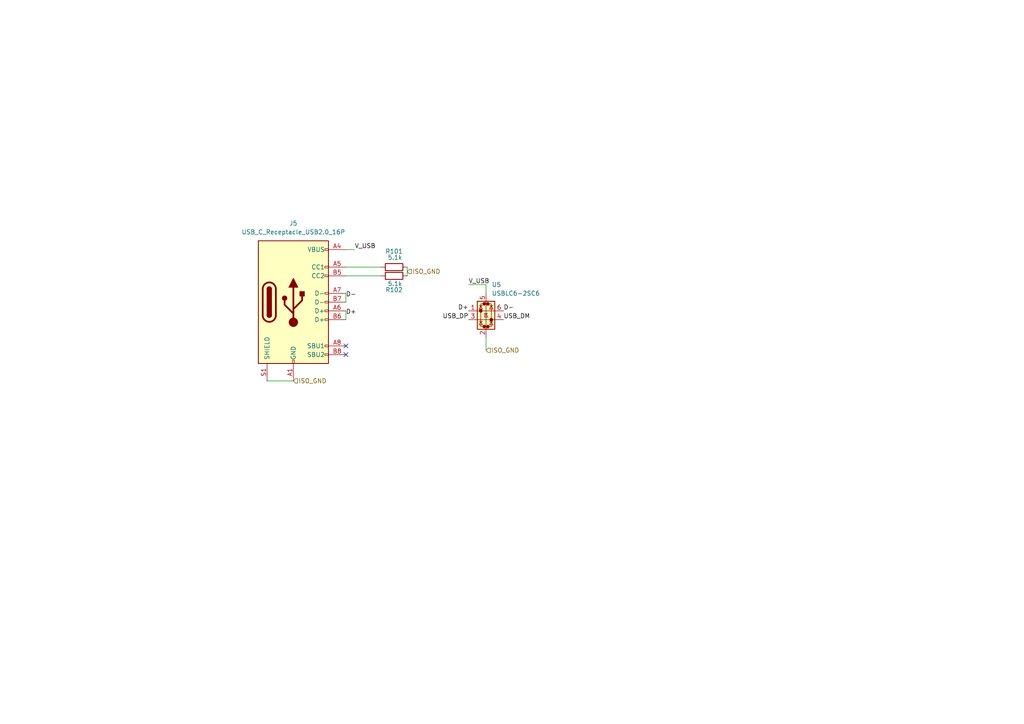
<source format=kicad_sch>
(kicad_sch (version 20231120) (generator "eeschema") (generator_version "8.0")
  (paper "A4")
  (lib_symbols
    (symbol "Connector:USB_C_Receptacle_USB2.0_16P" (pin_names (offset 1.016))
      (property "Reference" "J" (at 0 22.225 0))
      (property "Value" "USB_C_Receptacle_USB2.0_16P" (at 0 19.685 0))
      (symbol "USB_C_Receptacle_USB2.0_16P_0_0"
        (rectangle (start -0.254 -17.78) (end 0.254 -16.764))
        (rectangle (start 10.16 -14.986) (end 9.144 -15.494))
        (rectangle (start 10.16 -12.446) (end 9.144 -12.954))
        (rectangle (start 10.16 -4.826) (end 9.144 -5.334))
        (rectangle (start 10.16 -2.286) (end 9.144 -2.794))
        (rectangle (start 10.16 0.254) (end 9.144 -0.254))
        (rectangle (start 10.16 2.794) (end 9.144 2.286))
        (rectangle (start 10.16 7.874) (end 9.144 7.366))
        (rectangle (start 10.16 10.414) (end 9.144 9.906))
        (rectangle (start 10.16 15.494) (end 9.144 14.986))
      )
      (symbol "USB_C_Receptacle_USB2.0_16P_0_1"
        (rectangle (start -10.16 17.78) (end 10.16 -17.78) (stroke (width 0.254)) (fill (type background)))
        (arc (start -8.89 -3.81) (mid -6.985 -5.7067) (end -5.08 -3.81) (stroke (width 0.508)))
        (arc (start -7.62 -3.81) (mid -6.985 -4.4423) (end -6.35 -3.81) (stroke (width 0.254)))
        (arc (start -7.62 -3.81) (mid -6.985 -4.4423) (end -6.35 -3.81) (stroke (width 0.254)) (fill (type outline)))
        (rectangle (start -7.62 -3.81) (end -6.35 3.81) (stroke (width 0.254)) (fill (type outline)))
        (arc (start -6.35 3.81) (mid -6.985 4.4423) (end -7.62 3.81) (stroke (width 0.254)))
        (arc (start -6.35 3.81) (mid -6.985 4.4423) (end -7.62 3.81) (stroke (width 0.254)) (fill (type outline)))
        (arc (start -5.08 3.81) (mid -6.985 5.7067) (end -8.89 3.81) (stroke (width 0.508)))
        (circle (center -2.54 1.143) (radius 0.635) (stroke (width 0.254)) (fill (type outline)))
        (circle (center 0 -5.842) (radius 1.27) (fill (type outline)))
        (polyline (pts (xy -8.89 -3.81) (xy -8.89 3.81)) (stroke (width 0.508)))
        (polyline (pts (xy -5.08 3.81) (xy -5.08 -3.81)) (stroke (width 0.508)))
        (polyline (pts (xy 0 -5.842) (xy 0 4.318)) (stroke (width 0.508)))
        (polyline (pts (xy 0 -3.302) (xy -2.54 -0.762) (xy -2.54 0.508)) (stroke (width 0.508)))
        (polyline (pts (xy 0 -2.032) (xy 2.54 0.508) (xy 2.54 1.778)) (stroke (width 0.508)))
        (polyline (pts (xy -1.27 4.318) (xy 0 6.858) (xy 1.27 4.318) (xy -1.27 4.318)) (stroke (width 0.254)) (fill (type outline)))
        (rectangle (start 1.905 1.778) (end 3.175 3.048) (stroke (width 0.254)) (fill (type outline)))
      )
      (symbol "USB_C_Receptacle_USB2.0_16P_1_1"
        (pin passive line (at 0 -22.86 90) (length 5.08) (name "GND") (number "A1"))
        (pin passive line (at 0 -22.86 90) (length 5.08) hide (name "GND") (number "A12"))
        (pin passive line (at 15.24 15.24 180) (length 5.08) (name "VBUS") (number "A4"))
        (pin bidirectional line (at 15.24 10.16 180) (length 5.08) (name "CC1") (number "A5"))
        (pin bidirectional line (at 15.24 -2.54 180) (length 5.08) (name "D+") (number "A6"))
        (pin bidirectional line (at 15.24 2.54 180) (length 5.08) (name "D-") (number "A7"))
        (pin bidirectional line (at 15.24 -12.7 180) (length 5.08) (name "SBU1") (number "A8"))
        (pin passive line (at 15.24 15.24 180) (length 5.08) hide (name "VBUS") (number "A9"))
        (pin passive line (at 0 -22.86 90) (length 5.08) hide (name "GND") (number "B1"))
        (pin passive line (at 0 -22.86 90) (length 5.08) hide (name "GND") (number "B12"))
        (pin passive line (at 15.24 15.24 180) (length 5.08) hide (name "VBUS") (number "B4"))
        (pin bidirectional line (at 15.24 7.62 180) (length 5.08) (name "CC2") (number "B5"))
        (pin bidirectional line (at 15.24 -5.08 180) (length 5.08) (name "D+") (number "B6"))
        (pin bidirectional line (at 15.24 0 180) (length 5.08) (name "D-") (number "B7"))
        (pin bidirectional line (at 15.24 -15.24 180) (length 5.08) (name "SBU2") (number "B8"))
        (pin passive line (at 15.24 15.24 180) (length 5.08) hide (name "VBUS") (number "B9"))
        (pin passive line (at -7.62 -22.86 90) (length 5.08) (name "SHIELD") (number "S1"))
      )
    )
    (symbol "Device:R" (pin_numbers hide) (pin_names (offset 0))
      (property "Reference" "R" (at 2.032 0 90))
      (property "Value" "R" (at 0 0 90))
      (symbol "R_0_1"
        (rectangle (start -1.016 -2.54) (end 1.016 2.54) (stroke (width 0.254)))
      )
      (symbol "R_1_1"
        (pin passive line (at 0 3.81 270) (length 1.27) (name "~") (number "1"))
        (pin passive line (at 0 -3.81 90) (length 1.27) (name "~") (number "2"))
      )
    )
    (symbol "Power_Protection:USBLC6-2SC6" (pin_names hide)
      (property "Reference" "U" (at 0.635 5.715 0))
      (property "Value" "USBLC6-2SC6" (at 0.635 3.81 0))
      (symbol "USBLC6-2SC6_0_0"
        (circle (center -1.524 0) (radius 0.0001) (stroke (width 0.508)))
        (circle (center -0.508 -4.572) (radius 0.0001) (stroke (width 0.508)))
        (circle (center -0.508 2.032) (radius 0.0001) (stroke (width 0.508)))
        (circle (center 0.508 -4.572) (radius 0.0001) (stroke (width 0.508)))
        (circle (center 0.508 2.032) (radius 0.0001) (stroke (width 0.508)))
        (circle (center 1.524 -2.54) (radius 0.0001) (stroke (width 0.508)))
      )
      (symbol "USBLC6-2SC6_0_1"
        (polyline (pts (xy -2.54 -2.54) (xy 2.54 -2.54)))
        (polyline (pts (xy -2.54 0) (xy 2.54 0)))
        (polyline (pts (xy -2.032 -3.048) (xy -1.016 -3.048)))
        (polyline (pts (xy -1.016 1.524) (xy -2.032 1.524)))
        (polyline (pts (xy 1.016 -3.048) (xy 2.032 -3.048)))
        (polyline (pts (xy 1.016 1.524) (xy 2.032 1.524)))
        (polyline (pts (xy -0.508 -1.143) (xy -0.508 -0.762) (xy 0.508 -0.762)))
        (polyline (pts (xy -2.032 0.508) (xy -1.016 0.508) (xy -1.524 1.524) (xy -2.032 0.508)))
        (polyline (pts (xy -1.016 -4.064) (xy -2.032 -4.064) (xy -1.524 -3.048) (xy -1.016 -4.064)))
        (polyline (pts (xy 0.508 -1.778) (xy -0.508 -1.778) (xy 0 -0.762) (xy 0.508 -1.778)))
        (polyline (pts (xy 2.032 -4.064) (xy 1.016 -4.064) (xy 1.524 -3.048) (xy 2.032 -4.064)))
        (polyline (pts (xy 2.032 0.508) (xy 1.016 0.508) (xy 1.524 1.524) (xy 2.032 0.508)))
        (polyline (pts (xy 0 2.54) (xy -0.508 2.032) (xy 0.508 2.032) (xy 0 1.524) (xy 0 -4.064) (xy -0.508 -4.572) (xy 0.508 -4.572) (xy 0 -5.08)))
      )
      (symbol "USBLC6-2SC6_1_1"
        (rectangle (start -2.54 2.794) (end 2.54 -5.334) (stroke (width 0.254)) (fill (type background)))
        (polyline (pts (xy -0.508 2.032) (xy -1.524 2.032) (xy -1.524 -4.572) (xy -0.508 -4.572)))
        (polyline (pts (xy 0.508 -4.572) (xy 1.524 -4.572) (xy 1.524 2.032) (xy 0.508 2.032)))
        (pin passive line (at -5.08 0 0) (length 2.54) (name "I/O1") (number "1"))
        (pin passive line (at 0 -7.62 90) (length 2.54) (name "GND") (number "2"))
        (pin passive line (at -5.08 -2.54 0) (length 2.54) (name "I/O2") (number "3"))
        (pin passive line (at 5.08 -2.54 180) (length 2.54) (name "I/O2") (number "4"))
        (pin passive line (at 0 5.08 270) (length 2.54) (name "VBUS") (number "5"))
        (pin passive line (at 5.08 0 180) (length 2.54) (name "I/O1") (number "6"))
      )
    )
  )
  (no_connect (at 100.33 102.87))
  (no_connect (at 100.33 100.33))
  (wire (pts (xy 100.33 90.17) (xy 100.33 92.71)))
  (wire (pts (xy 140.97 85.09) (xy 140.97 82.55)))
  (wire (pts (xy 100.33 77.47) (xy 110.49 77.47)))
  (wire (pts (xy 100.33 72.39) (xy 102.87 72.39)))
  (wire (pts (xy 118.11 77.47) (xy 118.11 80.01)))
  (wire (pts (xy 135.89 82.55) (xy 140.97 82.55)))
  (wire (pts (xy 100.33 85.09) (xy 100.33 87.63)))
  (wire (pts (xy 77.47 110.49) (xy 85.09 110.49)))
  (wire (pts (xy 140.97 97.79) (xy 140.97 101.6)))
  (wire (pts (xy 100.33 80.01) (xy 110.49 80.01)))
  (label "V_USB" (at 135.89 82.55 0))
  (label "USB_DP" (at 135.89 92.71 180))
  (label "D-" (at 100.33 86.36 0))
  (label "D-" (at 146.05 90.17 0))
  (label "D+" (at 135.89 90.17 180))
  (label "USB_DM" (at 146.05 92.71 0))
  (label "D+" (at 100.33 91.44 0))
  (label "V_USB" (at 102.87 72.39 0))
  (hierarchical_label "ISO_GND" (shape input) (at 118.11 78.74 0))
  (hierarchical_label "ISO_GND" (shape input) (at 140.97 101.6 0))
  (hierarchical_label "ISO_GND" (shape input) (at 85.09 110.49 0))
  (symbol (lib_id "Power_Protection:USBLC6-2SC6") (at 140.97 90.17 0) (unit 1)
    (property "Reference" "U5" (at 142.6211 82.55 0) (effects (justify left)))
    (property "Value" "USBLC6-2SC6" (at 142.6211 85.09 0) (effects (justify left)))
    (property "Footprint" "Package_TO_SOT_SMD:SOT-23-6" (effects (hide yes)))
    (property "Datasheet" "https://www.st.com/resource/en/datasheet/usblc6-2.pdf" (effects (hide yes)))
    (property "Description" "Very low capacitance ESD protection diode, 2 data-line, SOT-23-6" (effects (hide yes)))
  )
  (symbol (lib_id "Device:R") (at 114.3 80.01 90) (unit 1)
    (property "Reference" "R102" (at 114.3 84.074 90))
    (property "Value" "5.1k" (at 114.554 82.296 90))
    (property "Footprint" "Resistor_SMD:R_0402_1005Metric" (effects (hide yes)))
    (property "Description" "Resistor" (effects (hide yes)))
  )
  (symbol (lib_id "Connector:USB_C_Receptacle_USB2.0_16P") (at 85.09 87.63 0) (unit 1)
    (property "Reference" "J5" (at 85.09 64.77 0))
    (property "Value" "USB_C_Receptacle_USB2.0_16P" (at 85.09 67.31 0))
    (property "Footprint" "Connector_USB:USB_C_Receptacle_HRO_TYPE-C-31-M-12" (effects (hide yes)))
    (property "Datasheet" "https://www.usb.org/sites/default/files/documents/usb_type-c.zip" (effects (hide yes)))
    (property "Description" "USB 2.0-only 16P Type-C Receptacle connector" (effects (hide yes)))
  )
  (symbol (lib_id "Device:R") (at 114.3 77.47 90) (unit 1)
    (property "Reference" "R101" (at 114.3 72.898 90))
    (property "Value" "5.1k" (at 114.554 74.676 90))
    (property "Footprint" "Resistor_SMD:R_0402_1005Metric" (effects (hide yes)))
    (property "Description" "Resistor" (effects (hide yes)))
  )
)
</source>
